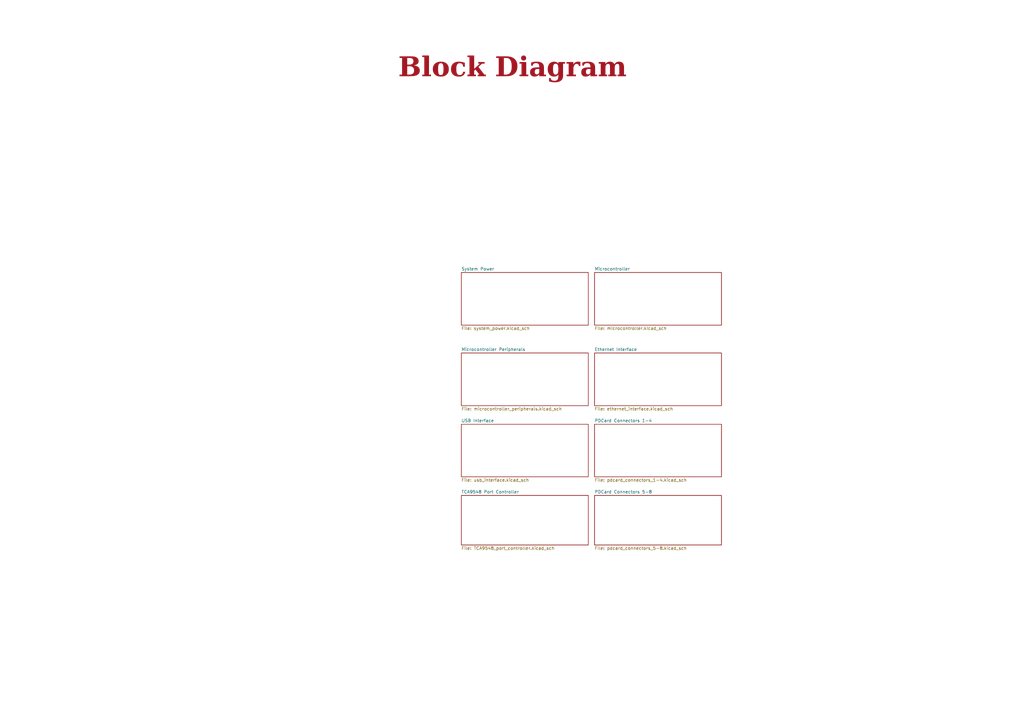
<source format=kicad_sch>
(kicad_sch
	(version 20250114)
	(generator "eeschema")
	(generator_version "9.0")
	(uuid "07236397-3ba4-47af-9809-3faac3a2aa49")
	(paper "A3")
	(title_block
		(title "Project Architecture")
		(date "2026-02-05")
		(rev "1.0.0")
		(company "DvidMakesThings")
	)
	(lib_symbols)
	(text_box "Block Diagram"
		(exclude_from_sim no)
		(at 144.78 21.59 0)
		(size 130.81 12.7)
		(margins 5.9999 5.9999 5.9999 5.9999)
		(stroke
			(width -0.0001)
			(type solid)
		)
		(fill
			(type none)
		)
		(effects
			(font
				(face "Times New Roman")
				(size 8 8)
				(thickness 1.2)
				(bold yes)
				(color 162 22 34 1)
			)
		)
		(uuid "f4789478-c68e-4cee-9edd-5d11b744f94d")
	)
	(sheet
		(at 189.23 173.99)
		(size 52.07 21.59)
		(exclude_from_sim no)
		(in_bom yes)
		(on_board yes)
		(dnp no)
		(fields_autoplaced yes)
		(stroke
			(width 0.1524)
			(type solid)
		)
		(fill
			(color 0 0 0 0.0000)
		)
		(uuid "2613c462-ed55-40aa-a079-4e429685a0a2")
		(property "Sheetname" "USB Interface"
			(at 189.23 173.2784 0)
			(effects
				(font
					(size 1.27 1.27)
				)
				(justify left bottom)
			)
		)
		(property "Sheetfile" "usb_interface.kicad_sch"
			(at 189.23 196.1646 0)
			(effects
				(font
					(size 1.27 1.27)
				)
				(justify left top)
			)
		)
		(instances
			(project "PDNode_Baseboard"
				(path "/f9e05184-c88b-4a88-ae9c-ab2bdb32be7c/c5103ceb-5325-4a84-a025-9638a412984e"
					(page "7")
				)
			)
		)
	)
	(sheet
		(at 189.23 111.76)
		(size 52.07 21.59)
		(exclude_from_sim no)
		(in_bom yes)
		(on_board yes)
		(dnp no)
		(fields_autoplaced yes)
		(stroke
			(width 0.1524)
			(type solid)
		)
		(fill
			(color 0 0 0 0.0000)
		)
		(uuid "544e218a-34dc-4ced-8058-e69bf93f225f")
		(property "Sheetname" "System Power"
			(at 189.23 111.0484 0)
			(effects
				(font
					(size 1.27 1.27)
				)
				(justify left bottom)
			)
		)
		(property "Sheetfile" "system_power.kicad_sch"
			(at 189.23 133.9346 0)
			(effects
				(font
					(size 1.27 1.27)
				)
				(justify left top)
			)
		)
		(instances
			(project "PDNode_Baseboard"
				(path "/f9e05184-c88b-4a88-ae9c-ab2bdb32be7c/c5103ceb-5325-4a84-a025-9638a412984e"
					(page "3")
				)
			)
		)
	)
	(sheet
		(at 243.84 111.76)
		(size 52.07 21.59)
		(exclude_from_sim no)
		(in_bom yes)
		(on_board yes)
		(dnp no)
		(fields_autoplaced yes)
		(stroke
			(width 0.1524)
			(type solid)
		)
		(fill
			(color 0 0 0 0.0000)
		)
		(uuid "6df5bbd1-7c97-44e5-a9c5-61a24f108041")
		(property "Sheetname" "Microcontroller"
			(at 243.84 111.0484 0)
			(effects
				(font
					(size 1.27 1.27)
				)
				(justify left bottom)
			)
		)
		(property "Sheetfile" "microcontroller.kicad_sch"
			(at 243.84 133.9346 0)
			(effects
				(font
					(size 1.27 1.27)
				)
				(justify left top)
			)
		)
		(instances
			(project "PDNode_Baseboard"
				(path "/f9e05184-c88b-4a88-ae9c-ab2bdb32be7c/c5103ceb-5325-4a84-a025-9638a412984e"
					(page "5")
				)
			)
		)
	)
	(sheet
		(at 243.84 173.99)
		(size 52.07 21.59)
		(exclude_from_sim no)
		(in_bom yes)
		(on_board yes)
		(dnp no)
		(fields_autoplaced yes)
		(stroke
			(width 0.1524)
			(type solid)
		)
		(fill
			(color 0 0 0 0.0000)
		)
		(uuid "7ed7932d-a349-4e44-91d0-255ec6d37ec2")
		(property "Sheetname" "PDCard Connectors 1-4"
			(at 243.84 173.2784 0)
			(effects
				(font
					(size 1.27 1.27)
				)
				(justify left bottom)
			)
		)
		(property "Sheetfile" "pdcard_connectors_1-4.kicad_sch"
			(at 243.84 196.1646 0)
			(effects
				(font
					(size 1.27 1.27)
				)
				(justify left top)
			)
		)
		(instances
			(project "PDNode_Baseboard"
				(path "/f9e05184-c88b-4a88-ae9c-ab2bdb32be7c/c5103ceb-5325-4a84-a025-9638a412984e"
					(page "9")
				)
			)
		)
	)
	(sheet
		(at 243.84 144.78)
		(size 52.07 21.59)
		(exclude_from_sim no)
		(in_bom yes)
		(on_board yes)
		(dnp no)
		(fields_autoplaced yes)
		(stroke
			(width 0.1524)
			(type solid)
		)
		(fill
			(color 0 0 0 0.0000)
		)
		(uuid "95dbce03-f6ae-4759-a74f-d844ccfad803")
		(property "Sheetname" "Ethernet Interface"
			(at 243.84 144.0684 0)
			(effects
				(font
					(size 1.27 1.27)
				)
				(justify left bottom)
			)
		)
		(property "Sheetfile" "ethernet_interface.kicad_sch"
			(at 243.84 166.9546 0)
			(effects
				(font
					(size 1.27 1.27)
				)
				(justify left top)
			)
		)
		(instances
			(project "PDNode_Baseboard"
				(path "/f9e05184-c88b-4a88-ae9c-ab2bdb32be7c/c5103ceb-5325-4a84-a025-9638a412984e"
					(page "6")
				)
			)
		)
	)
	(sheet
		(at 189.23 203.2)
		(size 52.07 20.32)
		(exclude_from_sim no)
		(in_bom yes)
		(on_board yes)
		(dnp no)
		(fields_autoplaced yes)
		(stroke
			(width 0.1524)
			(type solid)
		)
		(fill
			(color 0 0 0 0.0000)
		)
		(uuid "a3b551eb-1b12-434e-883e-121068963471")
		(property "Sheetname" "TCA9548 Port Controller"
			(at 189.23 202.4884 0)
			(effects
				(font
					(size 1.27 1.27)
				)
				(justify left bottom)
			)
		)
		(property "Sheetfile" "TCA9548_port_controller.kicad_sch"
			(at 189.23 224.1046 0)
			(effects
				(font
					(size 1.27 1.27)
				)
				(justify left top)
			)
		)
		(instances
			(project "PDNode_Baseboard"
				(path "/f9e05184-c88b-4a88-ae9c-ab2bdb32be7c/c5103ceb-5325-4a84-a025-9638a412984e"
					(page "8")
				)
			)
		)
	)
	(sheet
		(at 243.84 203.2)
		(size 52.07 20.32)
		(exclude_from_sim no)
		(in_bom yes)
		(on_board yes)
		(dnp no)
		(fields_autoplaced yes)
		(stroke
			(width 0.1524)
			(type solid)
		)
		(fill
			(color 0 0 0 0.0000)
		)
		(uuid "c6cf5ea0-94da-4b9b-aed9-bee39f480397")
		(property "Sheetname" "PDCard Connectors 5-8"
			(at 243.84 202.4884 0)
			(effects
				(font
					(size 1.27 1.27)
				)
				(justify left bottom)
			)
		)
		(property "Sheetfile" "pdcard_connectors_5-8.kicad_sch"
			(at 243.84 224.1046 0)
			(effects
				(font
					(size 1.27 1.27)
				)
				(justify left top)
			)
		)
		(instances
			(project "PDNode_Baseboard"
				(path "/f9e05184-c88b-4a88-ae9c-ab2bdb32be7c/c5103ceb-5325-4a84-a025-9638a412984e"
					(page "10")
				)
			)
		)
	)
	(sheet
		(at 189.23 144.78)
		(size 52.07 21.59)
		(exclude_from_sim no)
		(in_bom yes)
		(on_board yes)
		(dnp no)
		(fields_autoplaced yes)
		(stroke
			(width 0.1524)
			(type solid)
		)
		(fill
			(color 0 0 0 0.0000)
		)
		(uuid "f7b2be89-429e-4d2e-8374-4bafaede0ad1")
		(property "Sheetname" "Microcontroller Peripherals"
			(at 189.23 144.0684 0)
			(effects
				(font
					(size 1.27 1.27)
				)
				(justify left bottom)
			)
		)
		(property "Sheetfile" "microcontroller_peripherals.kicad_sch"
			(at 189.23 166.9546 0)
			(effects
				(font
					(size 1.27 1.27)
				)
				(justify left top)
			)
		)
		(instances
			(project "PDNode_Baseboard"
				(path "/f9e05184-c88b-4a88-ae9c-ab2bdb32be7c/c5103ceb-5325-4a84-a025-9638a412984e"
					(page "4")
				)
			)
		)
	)
)

</source>
